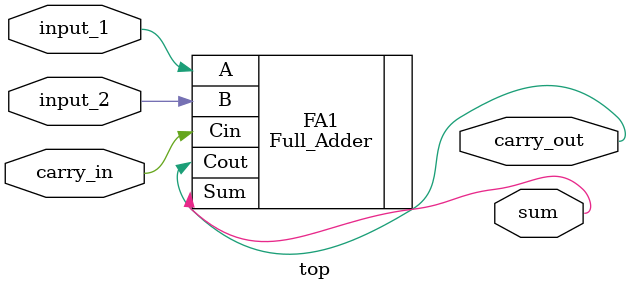
<source format=v>
`timescale 1ns / 1ps

module top(
    input input_1,
    input input_2,
    input carry_in,
    output sum,
    output carry_out
    );

	Full_Adder FA1 ( .A(input_1), .B(input_2), .Cin(carry_in), .Sum(sum), .Cout(carry_out));
	
endmodule

</source>
